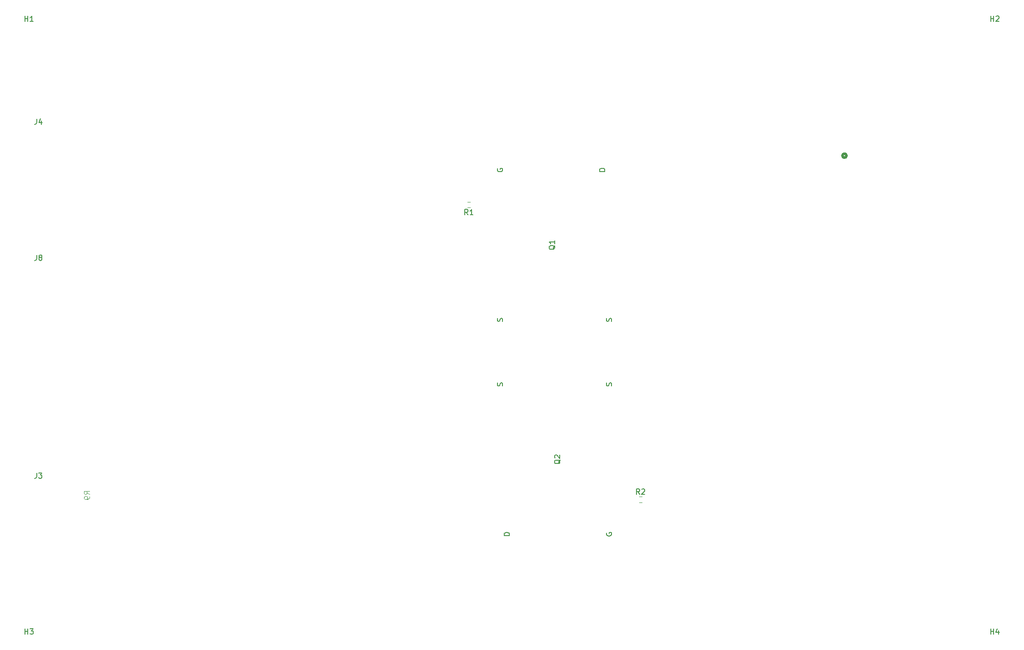
<source format=gbr>
G04 #@! TF.GenerationSoftware,KiCad,Pcbnew,7.0.7*
G04 #@! TF.CreationDate,2023-10-24T13:27:02-04:00*
G04 #@! TF.ProjectId,SchineLab_CoilFET_Board,53636869-6e65-44c6-9162-5f436f696c46,rev?*
G04 #@! TF.SameCoordinates,Original*
G04 #@! TF.FileFunction,Legend,Top*
G04 #@! TF.FilePolarity,Positive*
%FSLAX46Y46*%
G04 Gerber Fmt 4.6, Leading zero omitted, Abs format (unit mm)*
G04 Created by KiCad (PCBNEW 7.0.7) date 2023-10-24 13:27:02*
%MOMM*%
%LPD*%
G01*
G04 APERTURE LIST*
%ADD10C,0.150000*%
%ADD11C,0.100000*%
%ADD12C,0.508000*%
%ADD13C,0.120000*%
G04 APERTURE END LIST*
D10*
X219238095Y-146104819D02*
X219238095Y-145104819D01*
X219238095Y-145581009D02*
X219809523Y-145581009D01*
X219809523Y-146104819D02*
X219809523Y-145104819D01*
X220714285Y-145438152D02*
X220714285Y-146104819D01*
X220476190Y-145057200D02*
X220238095Y-145771485D01*
X220238095Y-145771485D02*
X220857142Y-145771485D01*
X39238095Y-146104819D02*
X39238095Y-145104819D01*
X39238095Y-145581009D02*
X39809523Y-145581009D01*
X39809523Y-146104819D02*
X39809523Y-145104819D01*
X40190476Y-145104819D02*
X40809523Y-145104819D01*
X40809523Y-145104819D02*
X40476190Y-145485771D01*
X40476190Y-145485771D02*
X40619047Y-145485771D01*
X40619047Y-145485771D02*
X40714285Y-145533390D01*
X40714285Y-145533390D02*
X40761904Y-145581009D01*
X40761904Y-145581009D02*
X40809523Y-145676247D01*
X40809523Y-145676247D02*
X40809523Y-145914342D01*
X40809523Y-145914342D02*
X40761904Y-146009580D01*
X40761904Y-146009580D02*
X40714285Y-146057200D01*
X40714285Y-146057200D02*
X40619047Y-146104819D01*
X40619047Y-146104819D02*
X40333333Y-146104819D01*
X40333333Y-146104819D02*
X40238095Y-146057200D01*
X40238095Y-146057200D02*
X40190476Y-146009580D01*
X219238095Y-31804819D02*
X219238095Y-30804819D01*
X219238095Y-31281009D02*
X219809523Y-31281009D01*
X219809523Y-31804819D02*
X219809523Y-30804819D01*
X220238095Y-30900057D02*
X220285714Y-30852438D01*
X220285714Y-30852438D02*
X220380952Y-30804819D01*
X220380952Y-30804819D02*
X220619047Y-30804819D01*
X220619047Y-30804819D02*
X220714285Y-30852438D01*
X220714285Y-30852438D02*
X220761904Y-30900057D01*
X220761904Y-30900057D02*
X220809523Y-30995295D01*
X220809523Y-30995295D02*
X220809523Y-31090533D01*
X220809523Y-31090533D02*
X220761904Y-31233390D01*
X220761904Y-31233390D02*
X220190476Y-31804819D01*
X220190476Y-31804819D02*
X220809523Y-31804819D01*
X39238095Y-31804819D02*
X39238095Y-30804819D01*
X39238095Y-31281009D02*
X39809523Y-31281009D01*
X39809523Y-31804819D02*
X39809523Y-30804819D01*
X40809523Y-31804819D02*
X40238095Y-31804819D01*
X40523809Y-31804819D02*
X40523809Y-30804819D01*
X40523809Y-30804819D02*
X40428571Y-30947676D01*
X40428571Y-30947676D02*
X40333333Y-31042914D01*
X40333333Y-31042914D02*
X40238095Y-31090533D01*
X153833333Y-120024819D02*
X153500000Y-119548628D01*
X153261905Y-120024819D02*
X153261905Y-119024819D01*
X153261905Y-119024819D02*
X153642857Y-119024819D01*
X153642857Y-119024819D02*
X153738095Y-119072438D01*
X153738095Y-119072438D02*
X153785714Y-119120057D01*
X153785714Y-119120057D02*
X153833333Y-119215295D01*
X153833333Y-119215295D02*
X153833333Y-119358152D01*
X153833333Y-119358152D02*
X153785714Y-119453390D01*
X153785714Y-119453390D02*
X153738095Y-119501009D01*
X153738095Y-119501009D02*
X153642857Y-119548628D01*
X153642857Y-119548628D02*
X153261905Y-119548628D01*
X154214286Y-119120057D02*
X154261905Y-119072438D01*
X154261905Y-119072438D02*
X154357143Y-119024819D01*
X154357143Y-119024819D02*
X154595238Y-119024819D01*
X154595238Y-119024819D02*
X154690476Y-119072438D01*
X154690476Y-119072438D02*
X154738095Y-119120057D01*
X154738095Y-119120057D02*
X154785714Y-119215295D01*
X154785714Y-119215295D02*
X154785714Y-119310533D01*
X154785714Y-119310533D02*
X154738095Y-119453390D01*
X154738095Y-119453390D02*
X154166667Y-120024819D01*
X154166667Y-120024819D02*
X154785714Y-120024819D01*
X121833333Y-67884819D02*
X121500000Y-67408628D01*
X121261905Y-67884819D02*
X121261905Y-66884819D01*
X121261905Y-66884819D02*
X121642857Y-66884819D01*
X121642857Y-66884819D02*
X121738095Y-66932438D01*
X121738095Y-66932438D02*
X121785714Y-66980057D01*
X121785714Y-66980057D02*
X121833333Y-67075295D01*
X121833333Y-67075295D02*
X121833333Y-67218152D01*
X121833333Y-67218152D02*
X121785714Y-67313390D01*
X121785714Y-67313390D02*
X121738095Y-67361009D01*
X121738095Y-67361009D02*
X121642857Y-67408628D01*
X121642857Y-67408628D02*
X121261905Y-67408628D01*
X122785714Y-67884819D02*
X122214286Y-67884819D01*
X122500000Y-67884819D02*
X122500000Y-66884819D01*
X122500000Y-66884819D02*
X122404762Y-67027676D01*
X122404762Y-67027676D02*
X122309524Y-67122914D01*
X122309524Y-67122914D02*
X122214286Y-67170533D01*
X138050057Y-73600238D02*
X138002438Y-73695476D01*
X138002438Y-73695476D02*
X137907200Y-73790714D01*
X137907200Y-73790714D02*
X137764342Y-73933571D01*
X137764342Y-73933571D02*
X137716723Y-74028809D01*
X137716723Y-74028809D02*
X137716723Y-74124047D01*
X137954819Y-74076428D02*
X137907200Y-74171666D01*
X137907200Y-74171666D02*
X137811961Y-74266904D01*
X137811961Y-74266904D02*
X137621485Y-74314523D01*
X137621485Y-74314523D02*
X137288152Y-74314523D01*
X137288152Y-74314523D02*
X137097676Y-74266904D01*
X137097676Y-74266904D02*
X137002438Y-74171666D01*
X137002438Y-74171666D02*
X136954819Y-74076428D01*
X136954819Y-74076428D02*
X136954819Y-73885952D01*
X136954819Y-73885952D02*
X137002438Y-73790714D01*
X137002438Y-73790714D02*
X137097676Y-73695476D01*
X137097676Y-73695476D02*
X137288152Y-73647857D01*
X137288152Y-73647857D02*
X137621485Y-73647857D01*
X137621485Y-73647857D02*
X137811961Y-73695476D01*
X137811961Y-73695476D02*
X137907200Y-73790714D01*
X137907200Y-73790714D02*
X137954819Y-73885952D01*
X137954819Y-73885952D02*
X137954819Y-74076428D01*
X137954819Y-72695476D02*
X137954819Y-73266904D01*
X137954819Y-72981190D02*
X136954819Y-72981190D01*
X136954819Y-72981190D02*
X137097676Y-73076428D01*
X137097676Y-73076428D02*
X137192914Y-73171666D01*
X137192914Y-73171666D02*
X137240533Y-73266904D01*
X128247200Y-87760713D02*
X128294819Y-87617856D01*
X128294819Y-87617856D02*
X128294819Y-87379761D01*
X128294819Y-87379761D02*
X128247200Y-87284523D01*
X128247200Y-87284523D02*
X128199580Y-87236904D01*
X128199580Y-87236904D02*
X128104342Y-87189285D01*
X128104342Y-87189285D02*
X128009104Y-87189285D01*
X128009104Y-87189285D02*
X127913866Y-87236904D01*
X127913866Y-87236904D02*
X127866247Y-87284523D01*
X127866247Y-87284523D02*
X127818628Y-87379761D01*
X127818628Y-87379761D02*
X127771009Y-87570237D01*
X127771009Y-87570237D02*
X127723390Y-87665475D01*
X127723390Y-87665475D02*
X127675771Y-87713094D01*
X127675771Y-87713094D02*
X127580533Y-87760713D01*
X127580533Y-87760713D02*
X127485295Y-87760713D01*
X127485295Y-87760713D02*
X127390057Y-87713094D01*
X127390057Y-87713094D02*
X127342438Y-87665475D01*
X127342438Y-87665475D02*
X127294819Y-87570237D01*
X127294819Y-87570237D02*
X127294819Y-87332142D01*
X127294819Y-87332142D02*
X127342438Y-87189285D01*
X148567200Y-87760713D02*
X148614819Y-87617856D01*
X148614819Y-87617856D02*
X148614819Y-87379761D01*
X148614819Y-87379761D02*
X148567200Y-87284523D01*
X148567200Y-87284523D02*
X148519580Y-87236904D01*
X148519580Y-87236904D02*
X148424342Y-87189285D01*
X148424342Y-87189285D02*
X148329104Y-87189285D01*
X148329104Y-87189285D02*
X148233866Y-87236904D01*
X148233866Y-87236904D02*
X148186247Y-87284523D01*
X148186247Y-87284523D02*
X148138628Y-87379761D01*
X148138628Y-87379761D02*
X148091009Y-87570237D01*
X148091009Y-87570237D02*
X148043390Y-87665475D01*
X148043390Y-87665475D02*
X147995771Y-87713094D01*
X147995771Y-87713094D02*
X147900533Y-87760713D01*
X147900533Y-87760713D02*
X147805295Y-87760713D01*
X147805295Y-87760713D02*
X147710057Y-87713094D01*
X147710057Y-87713094D02*
X147662438Y-87665475D01*
X147662438Y-87665475D02*
X147614819Y-87570237D01*
X147614819Y-87570237D02*
X147614819Y-87332142D01*
X147614819Y-87332142D02*
X147662438Y-87189285D01*
X127342438Y-59273095D02*
X127294819Y-59368333D01*
X127294819Y-59368333D02*
X127294819Y-59511190D01*
X127294819Y-59511190D02*
X127342438Y-59654047D01*
X127342438Y-59654047D02*
X127437676Y-59749285D01*
X127437676Y-59749285D02*
X127532914Y-59796904D01*
X127532914Y-59796904D02*
X127723390Y-59844523D01*
X127723390Y-59844523D02*
X127866247Y-59844523D01*
X127866247Y-59844523D02*
X128056723Y-59796904D01*
X128056723Y-59796904D02*
X128151961Y-59749285D01*
X128151961Y-59749285D02*
X128247200Y-59654047D01*
X128247200Y-59654047D02*
X128294819Y-59511190D01*
X128294819Y-59511190D02*
X128294819Y-59415952D01*
X128294819Y-59415952D02*
X128247200Y-59273095D01*
X128247200Y-59273095D02*
X128199580Y-59225476D01*
X128199580Y-59225476D02*
X127866247Y-59225476D01*
X127866247Y-59225476D02*
X127866247Y-59415952D01*
X147344819Y-59796904D02*
X146344819Y-59796904D01*
X146344819Y-59796904D02*
X146344819Y-59558809D01*
X146344819Y-59558809D02*
X146392438Y-59415952D01*
X146392438Y-59415952D02*
X146487676Y-59320714D01*
X146487676Y-59320714D02*
X146582914Y-59273095D01*
X146582914Y-59273095D02*
X146773390Y-59225476D01*
X146773390Y-59225476D02*
X146916247Y-59225476D01*
X146916247Y-59225476D02*
X147106723Y-59273095D01*
X147106723Y-59273095D02*
X147201961Y-59320714D01*
X147201961Y-59320714D02*
X147297200Y-59415952D01*
X147297200Y-59415952D02*
X147344819Y-59558809D01*
X147344819Y-59558809D02*
X147344819Y-59796904D01*
X139050057Y-113590238D02*
X139002438Y-113685476D01*
X139002438Y-113685476D02*
X138907200Y-113780714D01*
X138907200Y-113780714D02*
X138764342Y-113923571D01*
X138764342Y-113923571D02*
X138716723Y-114018809D01*
X138716723Y-114018809D02*
X138716723Y-114114047D01*
X138954819Y-114066428D02*
X138907200Y-114161666D01*
X138907200Y-114161666D02*
X138811961Y-114256904D01*
X138811961Y-114256904D02*
X138621485Y-114304523D01*
X138621485Y-114304523D02*
X138288152Y-114304523D01*
X138288152Y-114304523D02*
X138097676Y-114256904D01*
X138097676Y-114256904D02*
X138002438Y-114161666D01*
X138002438Y-114161666D02*
X137954819Y-114066428D01*
X137954819Y-114066428D02*
X137954819Y-113875952D01*
X137954819Y-113875952D02*
X138002438Y-113780714D01*
X138002438Y-113780714D02*
X138097676Y-113685476D01*
X138097676Y-113685476D02*
X138288152Y-113637857D01*
X138288152Y-113637857D02*
X138621485Y-113637857D01*
X138621485Y-113637857D02*
X138811961Y-113685476D01*
X138811961Y-113685476D02*
X138907200Y-113780714D01*
X138907200Y-113780714D02*
X138954819Y-113875952D01*
X138954819Y-113875952D02*
X138954819Y-114066428D01*
X138050057Y-113256904D02*
X138002438Y-113209285D01*
X138002438Y-113209285D02*
X137954819Y-113114047D01*
X137954819Y-113114047D02*
X137954819Y-112875952D01*
X137954819Y-112875952D02*
X138002438Y-112780714D01*
X138002438Y-112780714D02*
X138050057Y-112733095D01*
X138050057Y-112733095D02*
X138145295Y-112685476D01*
X138145295Y-112685476D02*
X138240533Y-112685476D01*
X138240533Y-112685476D02*
X138383390Y-112733095D01*
X138383390Y-112733095D02*
X138954819Y-113304523D01*
X138954819Y-113304523D02*
X138954819Y-112685476D01*
X147662438Y-127203095D02*
X147614819Y-127298333D01*
X147614819Y-127298333D02*
X147614819Y-127441190D01*
X147614819Y-127441190D02*
X147662438Y-127584047D01*
X147662438Y-127584047D02*
X147757676Y-127679285D01*
X147757676Y-127679285D02*
X147852914Y-127726904D01*
X147852914Y-127726904D02*
X148043390Y-127774523D01*
X148043390Y-127774523D02*
X148186247Y-127774523D01*
X148186247Y-127774523D02*
X148376723Y-127726904D01*
X148376723Y-127726904D02*
X148471961Y-127679285D01*
X148471961Y-127679285D02*
X148567200Y-127584047D01*
X148567200Y-127584047D02*
X148614819Y-127441190D01*
X148614819Y-127441190D02*
X148614819Y-127345952D01*
X148614819Y-127345952D02*
X148567200Y-127203095D01*
X148567200Y-127203095D02*
X148519580Y-127155476D01*
X148519580Y-127155476D02*
X148186247Y-127155476D01*
X148186247Y-127155476D02*
X148186247Y-127345952D01*
X129564819Y-127726904D02*
X128564819Y-127726904D01*
X128564819Y-127726904D02*
X128564819Y-127488809D01*
X128564819Y-127488809D02*
X128612438Y-127345952D01*
X128612438Y-127345952D02*
X128707676Y-127250714D01*
X128707676Y-127250714D02*
X128802914Y-127203095D01*
X128802914Y-127203095D02*
X128993390Y-127155476D01*
X128993390Y-127155476D02*
X129136247Y-127155476D01*
X129136247Y-127155476D02*
X129326723Y-127203095D01*
X129326723Y-127203095D02*
X129421961Y-127250714D01*
X129421961Y-127250714D02*
X129517200Y-127345952D01*
X129517200Y-127345952D02*
X129564819Y-127488809D01*
X129564819Y-127488809D02*
X129564819Y-127726904D01*
X148567200Y-99810713D02*
X148614819Y-99667856D01*
X148614819Y-99667856D02*
X148614819Y-99429761D01*
X148614819Y-99429761D02*
X148567200Y-99334523D01*
X148567200Y-99334523D02*
X148519580Y-99286904D01*
X148519580Y-99286904D02*
X148424342Y-99239285D01*
X148424342Y-99239285D02*
X148329104Y-99239285D01*
X148329104Y-99239285D02*
X148233866Y-99286904D01*
X148233866Y-99286904D02*
X148186247Y-99334523D01*
X148186247Y-99334523D02*
X148138628Y-99429761D01*
X148138628Y-99429761D02*
X148091009Y-99620237D01*
X148091009Y-99620237D02*
X148043390Y-99715475D01*
X148043390Y-99715475D02*
X147995771Y-99763094D01*
X147995771Y-99763094D02*
X147900533Y-99810713D01*
X147900533Y-99810713D02*
X147805295Y-99810713D01*
X147805295Y-99810713D02*
X147710057Y-99763094D01*
X147710057Y-99763094D02*
X147662438Y-99715475D01*
X147662438Y-99715475D02*
X147614819Y-99620237D01*
X147614819Y-99620237D02*
X147614819Y-99382142D01*
X147614819Y-99382142D02*
X147662438Y-99239285D01*
X128247200Y-99810713D02*
X128294819Y-99667856D01*
X128294819Y-99667856D02*
X128294819Y-99429761D01*
X128294819Y-99429761D02*
X128247200Y-99334523D01*
X128247200Y-99334523D02*
X128199580Y-99286904D01*
X128199580Y-99286904D02*
X128104342Y-99239285D01*
X128104342Y-99239285D02*
X128009104Y-99239285D01*
X128009104Y-99239285D02*
X127913866Y-99286904D01*
X127913866Y-99286904D02*
X127866247Y-99334523D01*
X127866247Y-99334523D02*
X127818628Y-99429761D01*
X127818628Y-99429761D02*
X127771009Y-99620237D01*
X127771009Y-99620237D02*
X127723390Y-99715475D01*
X127723390Y-99715475D02*
X127675771Y-99763094D01*
X127675771Y-99763094D02*
X127580533Y-99810713D01*
X127580533Y-99810713D02*
X127485295Y-99810713D01*
X127485295Y-99810713D02*
X127390057Y-99763094D01*
X127390057Y-99763094D02*
X127342438Y-99715475D01*
X127342438Y-99715475D02*
X127294819Y-99620237D01*
X127294819Y-99620237D02*
X127294819Y-99382142D01*
X127294819Y-99382142D02*
X127342438Y-99239285D01*
D11*
X51282419Y-120008333D02*
X50806228Y-119675000D01*
X51282419Y-119436905D02*
X50282419Y-119436905D01*
X50282419Y-119436905D02*
X50282419Y-119817857D01*
X50282419Y-119817857D02*
X50330038Y-119913095D01*
X50330038Y-119913095D02*
X50377657Y-119960714D01*
X50377657Y-119960714D02*
X50472895Y-120008333D01*
X50472895Y-120008333D02*
X50615752Y-120008333D01*
X50615752Y-120008333D02*
X50710990Y-119960714D01*
X50710990Y-119960714D02*
X50758609Y-119913095D01*
X50758609Y-119913095D02*
X50806228Y-119817857D01*
X50806228Y-119817857D02*
X50806228Y-119436905D01*
X51282419Y-120484524D02*
X51282419Y-120675000D01*
X51282419Y-120675000D02*
X51234800Y-120770238D01*
X51234800Y-120770238D02*
X51187180Y-120817857D01*
X51187180Y-120817857D02*
X51044323Y-120913095D01*
X51044323Y-120913095D02*
X50853847Y-120960714D01*
X50853847Y-120960714D02*
X50472895Y-120960714D01*
X50472895Y-120960714D02*
X50377657Y-120913095D01*
X50377657Y-120913095D02*
X50330038Y-120865476D01*
X50330038Y-120865476D02*
X50282419Y-120770238D01*
X50282419Y-120770238D02*
X50282419Y-120579762D01*
X50282419Y-120579762D02*
X50330038Y-120484524D01*
X50330038Y-120484524D02*
X50377657Y-120436905D01*
X50377657Y-120436905D02*
X50472895Y-120389286D01*
X50472895Y-120389286D02*
X50710990Y-120389286D01*
X50710990Y-120389286D02*
X50806228Y-120436905D01*
X50806228Y-120436905D02*
X50853847Y-120484524D01*
X50853847Y-120484524D02*
X50901466Y-120579762D01*
X50901466Y-120579762D02*
X50901466Y-120770238D01*
X50901466Y-120770238D02*
X50853847Y-120865476D01*
X50853847Y-120865476D02*
X50806228Y-120913095D01*
X50806228Y-120913095D02*
X50710990Y-120960714D01*
D10*
X41444666Y-49984819D02*
X41444666Y-50699104D01*
X41444666Y-50699104D02*
X41397047Y-50841961D01*
X41397047Y-50841961D02*
X41301809Y-50937200D01*
X41301809Y-50937200D02*
X41158952Y-50984819D01*
X41158952Y-50984819D02*
X41063714Y-50984819D01*
X42349428Y-50318152D02*
X42349428Y-50984819D01*
X42111333Y-49937200D02*
X41873238Y-50651485D01*
X41873238Y-50651485D02*
X42492285Y-50651485D01*
X41444666Y-116024819D02*
X41444666Y-116739104D01*
X41444666Y-116739104D02*
X41397047Y-116881961D01*
X41397047Y-116881961D02*
X41301809Y-116977200D01*
X41301809Y-116977200D02*
X41158952Y-117024819D01*
X41158952Y-117024819D02*
X41063714Y-117024819D01*
X41825619Y-116024819D02*
X42444666Y-116024819D01*
X42444666Y-116024819D02*
X42111333Y-116405771D01*
X42111333Y-116405771D02*
X42254190Y-116405771D01*
X42254190Y-116405771D02*
X42349428Y-116453390D01*
X42349428Y-116453390D02*
X42397047Y-116501009D01*
X42397047Y-116501009D02*
X42444666Y-116596247D01*
X42444666Y-116596247D02*
X42444666Y-116834342D01*
X42444666Y-116834342D02*
X42397047Y-116929580D01*
X42397047Y-116929580D02*
X42349428Y-116977200D01*
X42349428Y-116977200D02*
X42254190Y-117024819D01*
X42254190Y-117024819D02*
X41968476Y-117024819D01*
X41968476Y-117024819D02*
X41873238Y-116977200D01*
X41873238Y-116977200D02*
X41825619Y-116929580D01*
X41444666Y-75384819D02*
X41444666Y-76099104D01*
X41444666Y-76099104D02*
X41397047Y-76241961D01*
X41397047Y-76241961D02*
X41301809Y-76337200D01*
X41301809Y-76337200D02*
X41158952Y-76384819D01*
X41158952Y-76384819D02*
X41063714Y-76384819D01*
X42063714Y-75813390D02*
X41968476Y-75765771D01*
X41968476Y-75765771D02*
X41920857Y-75718152D01*
X41920857Y-75718152D02*
X41873238Y-75622914D01*
X41873238Y-75622914D02*
X41873238Y-75575295D01*
X41873238Y-75575295D02*
X41920857Y-75480057D01*
X41920857Y-75480057D02*
X41968476Y-75432438D01*
X41968476Y-75432438D02*
X42063714Y-75384819D01*
X42063714Y-75384819D02*
X42254190Y-75384819D01*
X42254190Y-75384819D02*
X42349428Y-75432438D01*
X42349428Y-75432438D02*
X42397047Y-75480057D01*
X42397047Y-75480057D02*
X42444666Y-75575295D01*
X42444666Y-75575295D02*
X42444666Y-75622914D01*
X42444666Y-75622914D02*
X42397047Y-75718152D01*
X42397047Y-75718152D02*
X42349428Y-75765771D01*
X42349428Y-75765771D02*
X42254190Y-75813390D01*
X42254190Y-75813390D02*
X42063714Y-75813390D01*
X42063714Y-75813390D02*
X41968476Y-75861009D01*
X41968476Y-75861009D02*
X41920857Y-75908628D01*
X41920857Y-75908628D02*
X41873238Y-76003866D01*
X41873238Y-76003866D02*
X41873238Y-76194342D01*
X41873238Y-76194342D02*
X41920857Y-76289580D01*
X41920857Y-76289580D02*
X41968476Y-76337200D01*
X41968476Y-76337200D02*
X42063714Y-76384819D01*
X42063714Y-76384819D02*
X42254190Y-76384819D01*
X42254190Y-76384819D02*
X42349428Y-76337200D01*
X42349428Y-76337200D02*
X42397047Y-76289580D01*
X42397047Y-76289580D02*
X42444666Y-76194342D01*
X42444666Y-76194342D02*
X42444666Y-76003866D01*
X42444666Y-76003866D02*
X42397047Y-75908628D01*
X42397047Y-75908628D02*
X42349428Y-75861009D01*
X42349428Y-75861009D02*
X42254190Y-75813390D01*
D12*
X192381000Y-56854401D02*
G75*
G03*
X192381000Y-56854401I-381000J0D01*
G01*
D13*
X153745276Y-120477500D02*
X154254724Y-120477500D01*
X153745276Y-121522500D02*
X154254724Y-121522500D01*
X122254724Y-66522500D02*
X121745276Y-66522500D01*
X122254724Y-65477500D02*
X121745276Y-65477500D01*
M02*

</source>
